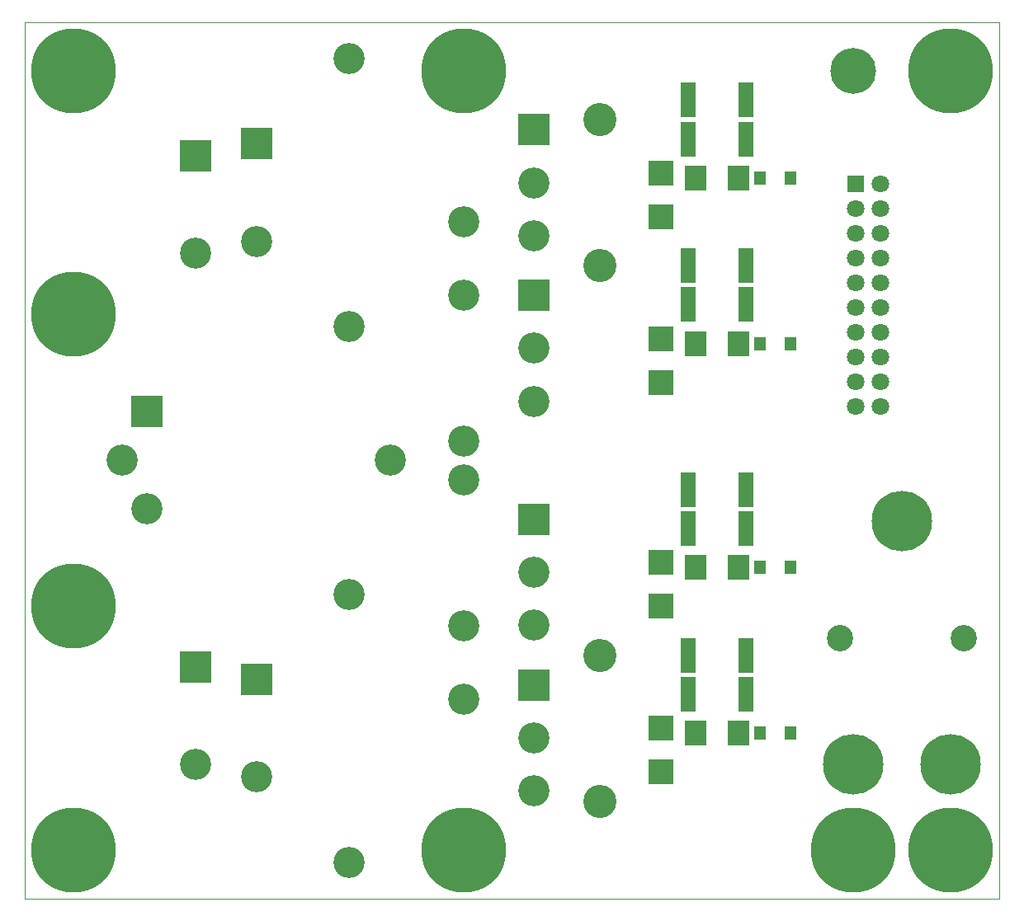
<source format=gts>
G04 Layer_Color=8388736*
%FSLAX25Y25*%
%MOIN*%
G70*
G01*
G75*
%ADD21C,0.00394*%
%ADD47R,0.09068X0.09855*%
%ADD48R,0.06115X0.14186*%
%ADD49R,0.09855X0.09855*%
%ADD50R,0.05131X0.05524*%
%ADD51C,0.24422*%
%ADD52C,0.10642*%
%ADD53C,0.34265*%
%ADD54C,0.18516*%
%ADD55C,0.12611*%
%ADD56R,0.07099X0.07099*%
%ADD57C,0.07099*%
%ADD58C,0.13398*%
%ADD59R,0.12611X0.12611*%
%ADD60C,0.04737*%
D21*
X0Y-177165D02*
X393701D01*
X0D02*
Y177165D01*
X393701Y-177165D02*
Y177165D01*
X0D02*
X393701D01*
D47*
X270866Y-110236D02*
D03*
X288189D02*
D03*
X270866Y114173D02*
D03*
X288189D02*
D03*
Y-43307D02*
D03*
X270866D02*
D03*
X288189Y47244D02*
D03*
X270866D02*
D03*
D48*
X291240Y-94488D02*
D03*
X267815D02*
D03*
X291240Y-78740D02*
D03*
X267815D02*
D03*
X291240Y129921D02*
D03*
X267815D02*
D03*
X291240Y145669D02*
D03*
X267815D02*
D03*
X291240Y-11811D02*
D03*
X267815D02*
D03*
X291240Y-27559D02*
D03*
X267815D02*
D03*
X291240Y78740D02*
D03*
X267815D02*
D03*
X291240Y62992D02*
D03*
X267815D02*
D03*
D49*
X256890Y-125984D02*
D03*
Y-108268D02*
D03*
Y98425D02*
D03*
Y116142D02*
D03*
Y-59055D02*
D03*
Y-41339D02*
D03*
Y31496D02*
D03*
Y49213D02*
D03*
D50*
X309252Y47244D02*
D03*
X297047D02*
D03*
X309252Y-43307D02*
D03*
X297047D02*
D03*
X309252Y114173D02*
D03*
X297047D02*
D03*
X309252Y-110236D02*
D03*
X297047D02*
D03*
D51*
X354330Y-24607D02*
D03*
X374015Y-123032D02*
D03*
X334645D02*
D03*
D52*
X379330Y-71851D02*
D03*
X329330D02*
D03*
D53*
X334646Y-157480D02*
D03*
X374016D02*
D03*
X177165D02*
D03*
Y157480D02*
D03*
X19685Y-157480D02*
D03*
Y157480D02*
D03*
X374016Y157480D02*
D03*
X19685Y59055D02*
D03*
Y-59055D02*
D03*
D54*
X334646Y157480D02*
D03*
D55*
X130905Y-162402D02*
D03*
X130905Y162402D02*
D03*
X205709Y-133661D02*
D03*
Y-112205D02*
D03*
Y112205D02*
D03*
Y90748D02*
D03*
Y23819D02*
D03*
Y45276D02*
D03*
Y-45276D02*
D03*
Y-66732D02*
D03*
X147638Y0D02*
D03*
X39370D02*
D03*
X93504Y88583D02*
D03*
X68898Y83661D02*
D03*
X49213Y-19685D02*
D03*
X68898Y-123031D02*
D03*
X93504Y-127953D02*
D03*
X130905Y54134D02*
D03*
Y-54134D02*
D03*
X177165Y96457D02*
D03*
Y66929D02*
D03*
Y7874D02*
D03*
Y-96457D02*
D03*
Y-66929D02*
D03*
Y-7874D02*
D03*
D56*
X335551Y111929D02*
D03*
D57*
X345551D02*
D03*
X335551Y101929D02*
D03*
X345551D02*
D03*
X335551Y91929D02*
D03*
X345551D02*
D03*
X335551Y81929D02*
D03*
X345551D02*
D03*
X335551Y71929D02*
D03*
X345551D02*
D03*
X335551Y61929D02*
D03*
X345551D02*
D03*
X335551Y51929D02*
D03*
X345551D02*
D03*
X335551Y41929D02*
D03*
X345551D02*
D03*
X335551Y31929D02*
D03*
X345551D02*
D03*
X335551Y21929D02*
D03*
X345551D02*
D03*
D58*
X232283Y-78740D02*
D03*
Y-137795D02*
D03*
Y137795D02*
D03*
Y78740D02*
D03*
D59*
X205709Y-90748D02*
D03*
Y133661D02*
D03*
Y66732D02*
D03*
Y-23819D02*
D03*
X93504Y127953D02*
D03*
X68898Y123031D02*
D03*
X49213Y19685D02*
D03*
X68898Y-83661D02*
D03*
X93504Y-88583D02*
D03*
D60*
X341535Y-145547D02*
D03*
X348425Y-157480D02*
D03*
X346579Y-150591D02*
D03*
Y-164370D02*
D03*
X334646Y-171260D02*
D03*
X341535Y-169414D02*
D03*
X327756D02*
D03*
X320866Y-157480D02*
D03*
X322712Y-164370D02*
D03*
X327756Y-145547D02*
D03*
X334646Y-143701D02*
D03*
X322712Y-150591D02*
D03*
X380906Y-145547D02*
D03*
X387795Y-157480D02*
D03*
X385949Y-150591D02*
D03*
Y-164370D02*
D03*
X374016Y-171260D02*
D03*
X380906Y-169414D02*
D03*
X367126D02*
D03*
X360236Y-157480D02*
D03*
X362082Y-164370D02*
D03*
Y-150591D02*
D03*
X374016Y-143701D02*
D03*
X367126Y-145547D02*
D03*
X165232Y-150591D02*
D03*
X177165Y-143701D02*
D03*
X170276Y-145547D02*
D03*
X165232Y-164370D02*
D03*
X163386Y-157480D02*
D03*
X170276Y-169414D02*
D03*
X184055D02*
D03*
X177165Y-171260D02*
D03*
X189099Y-164370D02*
D03*
Y-150591D02*
D03*
X190945Y-157480D02*
D03*
X184055Y-145547D02*
D03*
X7752Y164370D02*
D03*
X19685Y171260D02*
D03*
X12795Y169414D02*
D03*
X7752Y150591D02*
D03*
X5906Y157480D02*
D03*
X12795Y145547D02*
D03*
X26575D02*
D03*
X19685Y143701D02*
D03*
X31618Y150591D02*
D03*
Y164370D02*
D03*
X33465Y157480D02*
D03*
X26575Y169414D02*
D03*
X165232Y164370D02*
D03*
X177165Y171260D02*
D03*
X170276Y169414D02*
D03*
X165232Y150591D02*
D03*
X163386Y157480D02*
D03*
X170276Y145547D02*
D03*
X184055D02*
D03*
X177165Y143701D02*
D03*
X189099Y150591D02*
D03*
Y164370D02*
D03*
X190945Y157480D02*
D03*
X184055Y169414D02*
D03*
X380906Y169414D02*
D03*
X387795Y157480D02*
D03*
X385949Y164370D02*
D03*
Y150591D02*
D03*
X374016Y143701D02*
D03*
X380906Y145547D02*
D03*
X367126D02*
D03*
X360236Y157480D02*
D03*
X362082Y150591D02*
D03*
X367126Y169414D02*
D03*
X374016Y171260D02*
D03*
X362082Y164370D02*
D03*
X7752Y65945D02*
D03*
X19685Y72835D02*
D03*
X12795Y70989D02*
D03*
X7752Y52165D02*
D03*
X5906Y59055D02*
D03*
X12795Y47122D02*
D03*
X26575D02*
D03*
X19685Y45276D02*
D03*
X31618Y52165D02*
D03*
Y65945D02*
D03*
X33465Y59055D02*
D03*
X26575Y70989D02*
D03*
X7752Y-52165D02*
D03*
X19685Y-45276D02*
D03*
X12795Y-47122D02*
D03*
X7752Y-65945D02*
D03*
X5906Y-59055D02*
D03*
X12795Y-70989D02*
D03*
X26575D02*
D03*
X19685Y-72835D02*
D03*
X31618Y-65945D02*
D03*
Y-52165D02*
D03*
X33465Y-59055D02*
D03*
X26575Y-47122D02*
D03*
M02*

</source>
